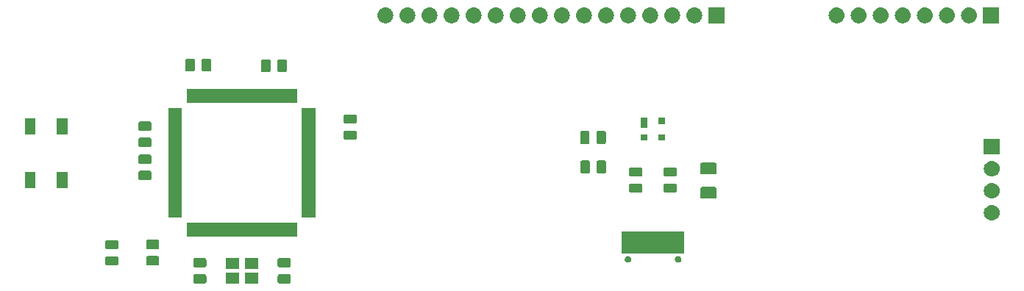
<source format=gbr>
G04 #@! TF.GenerationSoftware,KiCad,Pcbnew,(5.1.4)-1*
G04 #@! TF.CreationDate,2019-11-16T14:40:23-08:00*
G04 #@! TF.ProjectId,controller,636f6e74-726f-46c6-9c65-722e6b696361,rev?*
G04 #@! TF.SameCoordinates,Original*
G04 #@! TF.FileFunction,Soldermask,Top*
G04 #@! TF.FilePolarity,Negative*
%FSLAX46Y46*%
G04 Gerber Fmt 4.6, Leading zero omitted, Abs format (unit mm)*
G04 Created by KiCad (PCBNEW (5.1.4)-1) date 2019-11-16 14:40:23*
%MOMM*%
%LPD*%
G04 APERTURE LIST*
%ADD10C,0.100000*%
G04 APERTURE END LIST*
D10*
G36*
X70444470Y-107899201D02*
G01*
X68942470Y-107899201D01*
X68942470Y-106597201D01*
X70444470Y-106597201D01*
X70444470Y-107899201D01*
X70444470Y-107899201D01*
G37*
G36*
X68244470Y-107899201D02*
G01*
X66742470Y-107899201D01*
X66742470Y-106597201D01*
X68244470Y-106597201D01*
X68244470Y-107899201D01*
X68244470Y-107899201D01*
G37*
G36*
X64313581Y-106819213D02*
G01*
X64352251Y-106830944D01*
X64387890Y-106849994D01*
X64419130Y-106875631D01*
X64444767Y-106906871D01*
X64463817Y-106942510D01*
X64475548Y-106981180D01*
X64480113Y-107027536D01*
X64480113Y-107678760D01*
X64475548Y-107725116D01*
X64463817Y-107763786D01*
X64444767Y-107799425D01*
X64419130Y-107830665D01*
X64387890Y-107856302D01*
X64352251Y-107875352D01*
X64313581Y-107887083D01*
X64267225Y-107891648D01*
X63191001Y-107891648D01*
X63144645Y-107887083D01*
X63105975Y-107875352D01*
X63070336Y-107856302D01*
X63039096Y-107830665D01*
X63013459Y-107799425D01*
X62994409Y-107763786D01*
X62982678Y-107725116D01*
X62978113Y-107678760D01*
X62978113Y-107027536D01*
X62982678Y-106981180D01*
X62994409Y-106942510D01*
X63013459Y-106906871D01*
X63039096Y-106875631D01*
X63070336Y-106849994D01*
X63105975Y-106830944D01*
X63144645Y-106819213D01*
X63191001Y-106814648D01*
X64267225Y-106814648D01*
X64313581Y-106819213D01*
X64313581Y-106819213D01*
G37*
G36*
X74021789Y-106811405D02*
G01*
X74060459Y-106823136D01*
X74096097Y-106842185D01*
X74127338Y-106867823D01*
X74152975Y-106899063D01*
X74172025Y-106934702D01*
X74183756Y-106973372D01*
X74188321Y-107019728D01*
X74188321Y-107670952D01*
X74183756Y-107717308D01*
X74172025Y-107755978D01*
X74152975Y-107791617D01*
X74127338Y-107822857D01*
X74096098Y-107848494D01*
X74060459Y-107867544D01*
X74021789Y-107879275D01*
X73975433Y-107883840D01*
X72899209Y-107883840D01*
X72852853Y-107879275D01*
X72814183Y-107867544D01*
X72778544Y-107848494D01*
X72747304Y-107822857D01*
X72721667Y-107791617D01*
X72702617Y-107755978D01*
X72690886Y-107717308D01*
X72686321Y-107670952D01*
X72686321Y-107019728D01*
X72690886Y-106973372D01*
X72702617Y-106934702D01*
X72721667Y-106899063D01*
X72747304Y-106867823D01*
X72778545Y-106842185D01*
X72814183Y-106823136D01*
X72852853Y-106811405D01*
X72899209Y-106806840D01*
X73975433Y-106806840D01*
X74021789Y-106811405D01*
X74021789Y-106811405D01*
G37*
G36*
X70444470Y-106199201D02*
G01*
X68942470Y-106199201D01*
X68942470Y-104897201D01*
X70444470Y-104897201D01*
X70444470Y-106199201D01*
X70444470Y-106199201D01*
G37*
G36*
X68244470Y-106199201D02*
G01*
X66742470Y-106199201D01*
X66742470Y-104897201D01*
X68244470Y-104897201D01*
X68244470Y-106199201D01*
X68244470Y-106199201D01*
G37*
G36*
X64313581Y-104944213D02*
G01*
X64352251Y-104955944D01*
X64387890Y-104974994D01*
X64419130Y-105000631D01*
X64444767Y-105031871D01*
X64463817Y-105067510D01*
X64475548Y-105106180D01*
X64480113Y-105152536D01*
X64480113Y-105803760D01*
X64475548Y-105850116D01*
X64463817Y-105888786D01*
X64444767Y-105924425D01*
X64419130Y-105955665D01*
X64387890Y-105981302D01*
X64352251Y-106000352D01*
X64313581Y-106012083D01*
X64267225Y-106016648D01*
X63191001Y-106016648D01*
X63144645Y-106012083D01*
X63105975Y-106000352D01*
X63070336Y-105981302D01*
X63039096Y-105955665D01*
X63013459Y-105924425D01*
X62994409Y-105888786D01*
X62982678Y-105850116D01*
X62978113Y-105803760D01*
X62978113Y-105152536D01*
X62982678Y-105106180D01*
X62994409Y-105067510D01*
X63013459Y-105031871D01*
X63039096Y-105000631D01*
X63070336Y-104974994D01*
X63105975Y-104955944D01*
X63144645Y-104944213D01*
X63191001Y-104939648D01*
X64267225Y-104939648D01*
X64313581Y-104944213D01*
X64313581Y-104944213D01*
G37*
G36*
X74021789Y-104936405D02*
G01*
X74060459Y-104948136D01*
X74096097Y-104967185D01*
X74127338Y-104992823D01*
X74152975Y-105024063D01*
X74172025Y-105059702D01*
X74183756Y-105098372D01*
X74188321Y-105144728D01*
X74188321Y-105795952D01*
X74183756Y-105842308D01*
X74172025Y-105880978D01*
X74152975Y-105916617D01*
X74127338Y-105947857D01*
X74096098Y-105973494D01*
X74060459Y-105992544D01*
X74021789Y-106004275D01*
X73975433Y-106008840D01*
X72899209Y-106008840D01*
X72852853Y-106004275D01*
X72814183Y-105992544D01*
X72778544Y-105973494D01*
X72747304Y-105947857D01*
X72721667Y-105916617D01*
X72702617Y-105880978D01*
X72690886Y-105842308D01*
X72686321Y-105795952D01*
X72686321Y-105144728D01*
X72690886Y-105098372D01*
X72702617Y-105059702D01*
X72721667Y-105024063D01*
X72747304Y-104992823D01*
X72778545Y-104967185D01*
X72814183Y-104948136D01*
X72852853Y-104936405D01*
X72899209Y-104931840D01*
X73975433Y-104931840D01*
X74021789Y-104936405D01*
X74021789Y-104936405D01*
G37*
G36*
X54178468Y-104749065D02*
G01*
X54217138Y-104760796D01*
X54252777Y-104779846D01*
X54284017Y-104805483D01*
X54309654Y-104836723D01*
X54328704Y-104872362D01*
X54340435Y-104911032D01*
X54345000Y-104957388D01*
X54345000Y-105608612D01*
X54340435Y-105654968D01*
X54328704Y-105693638D01*
X54309654Y-105729277D01*
X54284017Y-105760517D01*
X54252777Y-105786154D01*
X54217138Y-105805204D01*
X54178468Y-105816935D01*
X54132112Y-105821500D01*
X53055888Y-105821500D01*
X53009532Y-105816935D01*
X52970862Y-105805204D01*
X52935223Y-105786154D01*
X52903983Y-105760517D01*
X52878346Y-105729277D01*
X52859296Y-105693638D01*
X52847565Y-105654968D01*
X52843000Y-105608612D01*
X52843000Y-104957388D01*
X52847565Y-104911032D01*
X52859296Y-104872362D01*
X52878346Y-104836723D01*
X52903983Y-104805483D01*
X52935223Y-104779846D01*
X52970862Y-104760796D01*
X53009532Y-104749065D01*
X53055888Y-104744500D01*
X54132112Y-104744500D01*
X54178468Y-104749065D01*
X54178468Y-104749065D01*
G37*
G36*
X58875942Y-104719065D02*
G01*
X58914612Y-104730796D01*
X58950251Y-104749846D01*
X58981491Y-104775483D01*
X59007128Y-104806723D01*
X59026178Y-104842362D01*
X59037909Y-104881032D01*
X59042474Y-104927388D01*
X59042474Y-105578612D01*
X59037909Y-105624968D01*
X59026178Y-105663638D01*
X59007128Y-105699277D01*
X58981491Y-105730517D01*
X58950251Y-105756154D01*
X58914612Y-105775204D01*
X58875942Y-105786935D01*
X58829586Y-105791500D01*
X57753362Y-105791500D01*
X57707006Y-105786935D01*
X57668336Y-105775204D01*
X57632697Y-105756154D01*
X57601457Y-105730517D01*
X57575820Y-105699277D01*
X57556770Y-105663638D01*
X57545039Y-105624968D01*
X57540474Y-105578612D01*
X57540474Y-104927388D01*
X57545039Y-104881032D01*
X57556770Y-104842362D01*
X57575820Y-104806723D01*
X57601457Y-104775483D01*
X57632697Y-104749846D01*
X57668336Y-104730796D01*
X57707006Y-104719065D01*
X57753362Y-104714500D01*
X58829586Y-104714500D01*
X58875942Y-104719065D01*
X58875942Y-104719065D01*
G37*
G36*
X113107172Y-104735699D02*
G01*
X113107174Y-104735700D01*
X113107175Y-104735700D01*
X113175603Y-104764043D01*
X113237186Y-104805192D01*
X113289558Y-104857564D01*
X113330707Y-104919147D01*
X113357994Y-104985025D01*
X113359051Y-104987578D01*
X113373500Y-105060216D01*
X113373500Y-105134284D01*
X113369107Y-105156370D01*
X113359050Y-105206925D01*
X113330707Y-105275353D01*
X113289558Y-105336936D01*
X113237186Y-105389308D01*
X113175603Y-105430457D01*
X113107175Y-105458800D01*
X113107174Y-105458800D01*
X113107172Y-105458801D01*
X113034534Y-105473250D01*
X112960466Y-105473250D01*
X112887828Y-105458801D01*
X112887826Y-105458800D01*
X112887825Y-105458800D01*
X112819397Y-105430457D01*
X112757814Y-105389308D01*
X112705442Y-105336936D01*
X112664293Y-105275353D01*
X112635950Y-105206925D01*
X112625894Y-105156370D01*
X112621500Y-105134284D01*
X112621500Y-105060216D01*
X112635949Y-104987578D01*
X112637006Y-104985025D01*
X112664293Y-104919147D01*
X112705442Y-104857564D01*
X112757814Y-104805192D01*
X112819397Y-104764043D01*
X112887825Y-104735700D01*
X112887826Y-104735700D01*
X112887828Y-104735699D01*
X112960466Y-104721250D01*
X113034534Y-104721250D01*
X113107172Y-104735699D01*
X113107172Y-104735699D01*
G37*
G36*
X118887172Y-104735699D02*
G01*
X118887174Y-104735700D01*
X118887175Y-104735700D01*
X118955603Y-104764043D01*
X119017186Y-104805192D01*
X119069558Y-104857564D01*
X119110707Y-104919147D01*
X119137994Y-104985025D01*
X119139051Y-104987578D01*
X119153500Y-105060216D01*
X119153500Y-105134284D01*
X119149107Y-105156370D01*
X119139050Y-105206925D01*
X119110707Y-105275353D01*
X119069558Y-105336936D01*
X119017186Y-105389308D01*
X118955603Y-105430457D01*
X118887175Y-105458800D01*
X118887174Y-105458800D01*
X118887172Y-105458801D01*
X118814534Y-105473250D01*
X118740466Y-105473250D01*
X118667828Y-105458801D01*
X118667826Y-105458800D01*
X118667825Y-105458800D01*
X118599397Y-105430457D01*
X118537814Y-105389308D01*
X118485442Y-105336936D01*
X118444293Y-105275353D01*
X118415950Y-105206925D01*
X118405894Y-105156370D01*
X118401500Y-105134284D01*
X118401500Y-105060216D01*
X118415949Y-104987578D01*
X118417006Y-104985025D01*
X118444293Y-104919147D01*
X118485442Y-104857564D01*
X118537814Y-104805192D01*
X118599397Y-104764043D01*
X118667825Y-104735700D01*
X118667826Y-104735700D01*
X118667828Y-104735699D01*
X118740466Y-104721250D01*
X118814534Y-104721250D01*
X118887172Y-104735699D01*
X118887172Y-104735699D01*
G37*
G36*
X119463500Y-104428250D02*
G01*
X112311500Y-104428250D01*
X112311500Y-101876250D01*
X119463500Y-101876250D01*
X119463500Y-104428250D01*
X119463500Y-104428250D01*
G37*
G36*
X54178468Y-102874065D02*
G01*
X54217138Y-102885796D01*
X54252777Y-102904846D01*
X54284017Y-102930483D01*
X54309654Y-102961723D01*
X54328704Y-102997362D01*
X54340435Y-103036032D01*
X54345000Y-103082388D01*
X54345000Y-103733612D01*
X54340435Y-103779968D01*
X54328704Y-103818638D01*
X54309654Y-103854277D01*
X54284017Y-103885517D01*
X54252777Y-103911154D01*
X54217138Y-103930204D01*
X54178468Y-103941935D01*
X54132112Y-103946500D01*
X53055888Y-103946500D01*
X53009532Y-103941935D01*
X52970862Y-103930204D01*
X52935223Y-103911154D01*
X52903983Y-103885517D01*
X52878346Y-103854277D01*
X52859296Y-103818638D01*
X52847565Y-103779968D01*
X52843000Y-103733612D01*
X52843000Y-103082388D01*
X52847565Y-103036032D01*
X52859296Y-102997362D01*
X52878346Y-102961723D01*
X52903983Y-102930483D01*
X52935223Y-102904846D01*
X52970862Y-102885796D01*
X53009532Y-102874065D01*
X53055888Y-102869500D01*
X54132112Y-102869500D01*
X54178468Y-102874065D01*
X54178468Y-102874065D01*
G37*
G36*
X58875942Y-102844065D02*
G01*
X58914612Y-102855796D01*
X58950251Y-102874846D01*
X58981491Y-102900483D01*
X59007128Y-102931723D01*
X59026178Y-102967362D01*
X59037909Y-103006032D01*
X59042474Y-103052388D01*
X59042474Y-103703612D01*
X59037909Y-103749968D01*
X59026178Y-103788638D01*
X59007128Y-103824277D01*
X58981491Y-103855517D01*
X58950251Y-103881154D01*
X58914612Y-103900204D01*
X58875942Y-103911935D01*
X58829586Y-103916500D01*
X57753362Y-103916500D01*
X57707006Y-103911935D01*
X57668336Y-103900204D01*
X57632697Y-103881154D01*
X57601457Y-103855517D01*
X57575820Y-103824277D01*
X57556770Y-103788638D01*
X57545039Y-103749968D01*
X57540474Y-103703612D01*
X57540474Y-103052388D01*
X57545039Y-103006032D01*
X57556770Y-102967362D01*
X57575820Y-102931723D01*
X57601457Y-102900483D01*
X57632697Y-102874846D01*
X57668336Y-102855796D01*
X57707006Y-102844065D01*
X57753362Y-102839500D01*
X58829586Y-102839500D01*
X58875942Y-102844065D01*
X58875942Y-102844065D01*
G37*
G36*
X74904474Y-102475481D02*
G01*
X62252474Y-102475481D01*
X62252474Y-100873481D01*
X74904474Y-100873481D01*
X74904474Y-102475481D01*
X74904474Y-102475481D01*
G37*
G36*
X154980853Y-98829489D02*
G01*
X155047038Y-98836008D01*
X155216877Y-98887528D01*
X155373402Y-98971193D01*
X155409140Y-99000523D01*
X155510597Y-99083785D01*
X155593859Y-99185242D01*
X155623189Y-99220980D01*
X155706854Y-99377505D01*
X155758374Y-99547344D01*
X155775770Y-99723971D01*
X155758374Y-99900598D01*
X155706854Y-100070437D01*
X155623189Y-100226962D01*
X155593859Y-100262700D01*
X155510597Y-100364157D01*
X155409140Y-100447419D01*
X155373402Y-100476749D01*
X155216877Y-100560414D01*
X155047038Y-100611934D01*
X154980854Y-100618452D01*
X154914671Y-100624971D01*
X154826151Y-100624971D01*
X154759968Y-100618452D01*
X154693784Y-100611934D01*
X154523945Y-100560414D01*
X154367420Y-100476749D01*
X154331682Y-100447419D01*
X154230225Y-100364157D01*
X154146963Y-100262700D01*
X154117633Y-100226962D01*
X154033968Y-100070437D01*
X153982448Y-99900598D01*
X153965052Y-99723971D01*
X153982448Y-99547344D01*
X154033968Y-99377505D01*
X154117633Y-99220980D01*
X154146963Y-99185242D01*
X154230225Y-99083785D01*
X154331682Y-99000523D01*
X154367420Y-98971193D01*
X154523945Y-98887528D01*
X154693784Y-98836008D01*
X154759969Y-98829489D01*
X154826151Y-98822971D01*
X154914671Y-98822971D01*
X154980853Y-98829489D01*
X154980853Y-98829489D01*
G37*
G36*
X77079474Y-100300481D02*
G01*
X75477474Y-100300481D01*
X75477474Y-87648481D01*
X77079474Y-87648481D01*
X77079474Y-100300481D01*
X77079474Y-100300481D01*
G37*
G36*
X61679474Y-100300481D02*
G01*
X60077474Y-100300481D01*
X60077474Y-87648481D01*
X61679474Y-87648481D01*
X61679474Y-100300481D01*
X61679474Y-100300481D01*
G37*
G36*
X123030156Y-96771126D02*
G01*
X123066696Y-96782211D01*
X123100373Y-96800212D01*
X123129893Y-96824438D01*
X123154119Y-96853958D01*
X123172120Y-96887635D01*
X123183205Y-96924175D01*
X123187552Y-96968317D01*
X123187552Y-97917241D01*
X123183205Y-97961383D01*
X123172120Y-97997923D01*
X123154119Y-98031600D01*
X123129893Y-98061120D01*
X123100373Y-98085346D01*
X123066696Y-98103347D01*
X123030156Y-98114432D01*
X122986014Y-98118779D01*
X121537090Y-98118779D01*
X121492948Y-98114432D01*
X121456408Y-98103347D01*
X121422731Y-98085346D01*
X121393211Y-98061120D01*
X121368985Y-98031600D01*
X121350984Y-97997923D01*
X121339899Y-97961383D01*
X121335552Y-97917241D01*
X121335552Y-96968317D01*
X121339899Y-96924175D01*
X121350984Y-96887635D01*
X121368985Y-96853958D01*
X121393211Y-96824438D01*
X121422731Y-96800212D01*
X121456408Y-96782211D01*
X121492948Y-96771126D01*
X121537090Y-96766779D01*
X122986014Y-96766779D01*
X123030156Y-96771126D01*
X123030156Y-96771126D01*
G37*
G36*
X154980854Y-96289490D02*
G01*
X155047038Y-96296008D01*
X155216877Y-96347528D01*
X155216879Y-96347529D01*
X155259179Y-96370139D01*
X155373402Y-96431193D01*
X155389537Y-96444435D01*
X155510597Y-96543785D01*
X155593859Y-96645242D01*
X155623189Y-96680980D01*
X155623190Y-96680982D01*
X155699870Y-96824438D01*
X155706854Y-96837505D01*
X155758374Y-97007344D01*
X155775770Y-97183971D01*
X155758374Y-97360598D01*
X155706854Y-97530437D01*
X155623189Y-97686962D01*
X155593859Y-97722700D01*
X155510597Y-97824157D01*
X155409140Y-97907419D01*
X155373402Y-97936749D01*
X155373400Y-97936750D01*
X155257679Y-97998605D01*
X155216877Y-98020414D01*
X155047038Y-98071934D01*
X154980853Y-98078453D01*
X154914671Y-98084971D01*
X154826151Y-98084971D01*
X154759969Y-98078453D01*
X154693784Y-98071934D01*
X154523945Y-98020414D01*
X154483144Y-97998605D01*
X154367422Y-97936750D01*
X154367420Y-97936749D01*
X154331682Y-97907419D01*
X154230225Y-97824157D01*
X154146963Y-97722700D01*
X154117633Y-97686962D01*
X154033968Y-97530437D01*
X153982448Y-97360598D01*
X153965052Y-97183971D01*
X153982448Y-97007344D01*
X154033968Y-96837505D01*
X154040953Y-96824438D01*
X154117632Y-96680982D01*
X154117633Y-96680980D01*
X154146963Y-96645242D01*
X154230225Y-96543785D01*
X154351285Y-96444435D01*
X154367420Y-96431193D01*
X154481643Y-96370139D01*
X154523943Y-96347529D01*
X154523945Y-96347528D01*
X154693784Y-96296008D01*
X154759968Y-96289490D01*
X154826151Y-96282971D01*
X154914671Y-96282971D01*
X154980854Y-96289490D01*
X154980854Y-96289490D01*
G37*
G36*
X118447326Y-96370139D02*
G01*
X118485996Y-96381870D01*
X118521635Y-96400920D01*
X118552875Y-96426557D01*
X118578512Y-96457797D01*
X118597562Y-96493436D01*
X118609293Y-96532106D01*
X118613858Y-96578462D01*
X118613858Y-97229686D01*
X118609293Y-97276042D01*
X118597562Y-97314712D01*
X118578512Y-97350351D01*
X118552875Y-97381591D01*
X118521635Y-97407228D01*
X118485996Y-97426278D01*
X118447326Y-97438009D01*
X118400970Y-97442574D01*
X117324746Y-97442574D01*
X117278390Y-97438009D01*
X117239720Y-97426278D01*
X117204081Y-97407228D01*
X117172841Y-97381591D01*
X117147204Y-97350351D01*
X117128154Y-97314712D01*
X117116423Y-97276042D01*
X117111858Y-97229686D01*
X117111858Y-96578462D01*
X117116423Y-96532106D01*
X117128154Y-96493436D01*
X117147204Y-96457797D01*
X117172841Y-96426557D01*
X117204081Y-96400920D01*
X117239720Y-96381870D01*
X117278390Y-96370139D01*
X117324746Y-96365574D01*
X118400970Y-96365574D01*
X118447326Y-96370139D01*
X118447326Y-96370139D01*
G37*
G36*
X114478576Y-96370139D02*
G01*
X114517246Y-96381870D01*
X114552885Y-96400920D01*
X114584125Y-96426557D01*
X114609762Y-96457797D01*
X114628812Y-96493436D01*
X114640543Y-96532106D01*
X114645108Y-96578462D01*
X114645108Y-97229686D01*
X114640543Y-97276042D01*
X114628812Y-97314712D01*
X114609762Y-97350351D01*
X114584125Y-97381591D01*
X114552885Y-97407228D01*
X114517246Y-97426278D01*
X114478576Y-97438009D01*
X114432220Y-97442574D01*
X113355996Y-97442574D01*
X113309640Y-97438009D01*
X113270970Y-97426278D01*
X113235331Y-97407228D01*
X113204091Y-97381591D01*
X113178454Y-97350351D01*
X113159404Y-97314712D01*
X113147673Y-97276042D01*
X113143108Y-97229686D01*
X113143108Y-96578462D01*
X113147673Y-96532106D01*
X113159404Y-96493436D01*
X113178454Y-96457797D01*
X113204091Y-96426557D01*
X113235331Y-96400920D01*
X113270970Y-96381870D01*
X113309640Y-96370139D01*
X113355996Y-96365574D01*
X114432220Y-96365574D01*
X114478576Y-96370139D01*
X114478576Y-96370139D01*
G37*
G36*
X48488500Y-96919750D02*
G01*
X47286500Y-96919750D01*
X47286500Y-95017750D01*
X48488500Y-95017750D01*
X48488500Y-96919750D01*
X48488500Y-96919750D01*
G37*
G36*
X44788500Y-96919750D02*
G01*
X43586500Y-96919750D01*
X43586500Y-95017750D01*
X44788500Y-95017750D01*
X44788500Y-96919750D01*
X44788500Y-96919750D01*
G37*
G36*
X57988468Y-94891565D02*
G01*
X58027138Y-94903296D01*
X58062777Y-94922346D01*
X58094017Y-94947983D01*
X58119654Y-94979223D01*
X58138704Y-95014862D01*
X58150435Y-95053532D01*
X58155000Y-95099888D01*
X58155000Y-95751112D01*
X58150435Y-95797468D01*
X58138704Y-95836138D01*
X58119654Y-95871777D01*
X58094017Y-95903017D01*
X58062777Y-95928654D01*
X58027138Y-95947704D01*
X57988468Y-95959435D01*
X57942112Y-95964000D01*
X56865888Y-95964000D01*
X56819532Y-95959435D01*
X56780862Y-95947704D01*
X56745223Y-95928654D01*
X56713983Y-95903017D01*
X56688346Y-95871777D01*
X56669296Y-95836138D01*
X56657565Y-95797468D01*
X56653000Y-95751112D01*
X56653000Y-95099888D01*
X56657565Y-95053532D01*
X56669296Y-95014862D01*
X56688346Y-94979223D01*
X56713983Y-94947983D01*
X56745223Y-94922346D01*
X56780862Y-94903296D01*
X56819532Y-94891565D01*
X56865888Y-94887000D01*
X57942112Y-94887000D01*
X57988468Y-94891565D01*
X57988468Y-94891565D01*
G37*
G36*
X118447326Y-94495139D02*
G01*
X118485996Y-94506870D01*
X118521635Y-94525920D01*
X118552875Y-94551557D01*
X118578512Y-94582797D01*
X118597562Y-94618436D01*
X118609293Y-94657106D01*
X118613858Y-94703462D01*
X118613858Y-95354686D01*
X118609293Y-95401042D01*
X118597562Y-95439712D01*
X118578512Y-95475351D01*
X118552875Y-95506591D01*
X118521635Y-95532228D01*
X118485996Y-95551278D01*
X118447326Y-95563009D01*
X118400970Y-95567574D01*
X117324746Y-95567574D01*
X117278390Y-95563009D01*
X117239720Y-95551278D01*
X117204081Y-95532228D01*
X117172841Y-95506591D01*
X117147204Y-95475351D01*
X117128154Y-95439712D01*
X117116423Y-95401042D01*
X117111858Y-95354686D01*
X117111858Y-94703462D01*
X117116423Y-94657106D01*
X117128154Y-94618436D01*
X117147204Y-94582797D01*
X117172841Y-94551557D01*
X117204081Y-94525920D01*
X117239720Y-94506870D01*
X117278390Y-94495139D01*
X117324746Y-94490574D01*
X118400970Y-94490574D01*
X118447326Y-94495139D01*
X118447326Y-94495139D01*
G37*
G36*
X114478576Y-94495139D02*
G01*
X114517246Y-94506870D01*
X114552885Y-94525920D01*
X114584125Y-94551557D01*
X114609762Y-94582797D01*
X114628812Y-94618436D01*
X114640543Y-94657106D01*
X114645108Y-94703462D01*
X114645108Y-95354686D01*
X114640543Y-95401042D01*
X114628812Y-95439712D01*
X114609762Y-95475351D01*
X114584125Y-95506591D01*
X114552885Y-95532228D01*
X114517246Y-95551278D01*
X114478576Y-95563009D01*
X114432220Y-95567574D01*
X113355996Y-95567574D01*
X113309640Y-95563009D01*
X113270970Y-95551278D01*
X113235331Y-95532228D01*
X113204091Y-95506591D01*
X113178454Y-95475351D01*
X113159404Y-95439712D01*
X113147673Y-95401042D01*
X113143108Y-95354686D01*
X113143108Y-94703462D01*
X113147673Y-94657106D01*
X113159404Y-94618436D01*
X113178454Y-94582797D01*
X113204091Y-94551557D01*
X113235331Y-94525920D01*
X113270970Y-94506870D01*
X113309640Y-94495139D01*
X113355996Y-94490574D01*
X114432220Y-94490574D01*
X114478576Y-94495139D01*
X114478576Y-94495139D01*
G37*
G36*
X154980854Y-93749490D02*
G01*
X155047038Y-93756008D01*
X155216877Y-93807528D01*
X155373402Y-93891193D01*
X155384719Y-93900481D01*
X155510597Y-94003785D01*
X155578850Y-94086953D01*
X155623189Y-94140980D01*
X155706854Y-94297505D01*
X155758374Y-94467344D01*
X155775770Y-94643971D01*
X155758374Y-94820598D01*
X155706854Y-94990437D01*
X155706853Y-94990439D01*
X155692255Y-95017750D01*
X155623189Y-95146962D01*
X155602719Y-95171904D01*
X155510597Y-95284157D01*
X155424656Y-95354686D01*
X155373402Y-95396749D01*
X155373400Y-95396750D01*
X155293025Y-95439712D01*
X155216877Y-95480414D01*
X155047038Y-95531934D01*
X154980853Y-95538453D01*
X154914671Y-95544971D01*
X154826151Y-95544971D01*
X154759969Y-95538453D01*
X154693784Y-95531934D01*
X154523945Y-95480414D01*
X154447798Y-95439712D01*
X154367422Y-95396750D01*
X154367420Y-95396749D01*
X154316166Y-95354686D01*
X154230225Y-95284157D01*
X154138103Y-95171904D01*
X154117633Y-95146962D01*
X154048567Y-95017750D01*
X154033969Y-94990439D01*
X154033968Y-94990437D01*
X153982448Y-94820598D01*
X153965052Y-94643971D01*
X153982448Y-94467344D01*
X154033968Y-94297505D01*
X154117633Y-94140980D01*
X154161972Y-94086953D01*
X154230225Y-94003785D01*
X154356103Y-93900481D01*
X154367420Y-93891193D01*
X154523945Y-93807528D01*
X154693784Y-93756008D01*
X154759968Y-93749490D01*
X154826151Y-93742971D01*
X154914671Y-93742971D01*
X154980854Y-93749490D01*
X154980854Y-93749490D01*
G37*
G36*
X123030156Y-93971126D02*
G01*
X123066696Y-93982211D01*
X123100373Y-94000212D01*
X123129893Y-94024438D01*
X123154119Y-94053958D01*
X123172120Y-94087635D01*
X123183205Y-94124175D01*
X123187552Y-94168317D01*
X123187552Y-95117241D01*
X123183205Y-95161383D01*
X123172120Y-95197923D01*
X123154119Y-95231600D01*
X123129893Y-95261120D01*
X123100373Y-95285346D01*
X123066696Y-95303347D01*
X123030156Y-95314432D01*
X122986014Y-95318779D01*
X121537090Y-95318779D01*
X121492948Y-95314432D01*
X121456408Y-95303347D01*
X121422731Y-95285346D01*
X121393211Y-95261120D01*
X121368985Y-95231600D01*
X121350984Y-95197923D01*
X121339899Y-95161383D01*
X121335552Y-95117241D01*
X121335552Y-94168317D01*
X121339899Y-94124175D01*
X121350984Y-94087635D01*
X121368985Y-94053958D01*
X121393211Y-94024438D01*
X121422731Y-94000212D01*
X121456408Y-93982211D01*
X121492948Y-93971126D01*
X121537090Y-93966779D01*
X122986014Y-93966779D01*
X123030156Y-93971126D01*
X123030156Y-93971126D01*
G37*
G36*
X110305735Y-93709815D02*
G01*
X110344405Y-93721546D01*
X110380044Y-93740596D01*
X110411284Y-93766233D01*
X110436921Y-93797473D01*
X110455971Y-93833112D01*
X110467702Y-93871782D01*
X110472267Y-93918138D01*
X110472267Y-94994362D01*
X110467702Y-95040718D01*
X110455971Y-95079388D01*
X110436921Y-95115027D01*
X110411284Y-95146267D01*
X110380044Y-95171904D01*
X110344405Y-95190954D01*
X110305735Y-95202685D01*
X110259379Y-95207250D01*
X109608155Y-95207250D01*
X109561799Y-95202685D01*
X109523129Y-95190954D01*
X109487490Y-95171904D01*
X109456250Y-95146267D01*
X109430613Y-95115027D01*
X109411563Y-95079388D01*
X109399832Y-95040718D01*
X109395267Y-94994362D01*
X109395267Y-93918138D01*
X109399832Y-93871782D01*
X109411563Y-93833112D01*
X109430613Y-93797473D01*
X109456250Y-93766233D01*
X109487490Y-93740596D01*
X109523129Y-93721546D01*
X109561799Y-93709815D01*
X109608155Y-93705250D01*
X110259379Y-93705250D01*
X110305735Y-93709815D01*
X110305735Y-93709815D01*
G37*
G36*
X108430735Y-93709815D02*
G01*
X108469405Y-93721546D01*
X108505044Y-93740596D01*
X108536284Y-93766233D01*
X108561921Y-93797473D01*
X108580971Y-93833112D01*
X108592702Y-93871782D01*
X108597267Y-93918138D01*
X108597267Y-94994362D01*
X108592702Y-95040718D01*
X108580971Y-95079388D01*
X108561921Y-95115027D01*
X108536284Y-95146267D01*
X108505044Y-95171904D01*
X108469405Y-95190954D01*
X108430735Y-95202685D01*
X108384379Y-95207250D01*
X107733155Y-95207250D01*
X107686799Y-95202685D01*
X107648129Y-95190954D01*
X107612490Y-95171904D01*
X107581250Y-95146267D01*
X107555613Y-95115027D01*
X107536563Y-95079388D01*
X107524832Y-95040718D01*
X107520267Y-94994362D01*
X107520267Y-93918138D01*
X107524832Y-93871782D01*
X107536563Y-93833112D01*
X107555613Y-93797473D01*
X107581250Y-93766233D01*
X107612490Y-93740596D01*
X107648129Y-93721546D01*
X107686799Y-93709815D01*
X107733155Y-93705250D01*
X108384379Y-93705250D01*
X108430735Y-93709815D01*
X108430735Y-93709815D01*
G37*
G36*
X57988468Y-93016565D02*
G01*
X58027138Y-93028296D01*
X58062777Y-93047346D01*
X58094017Y-93072983D01*
X58119654Y-93104223D01*
X58138704Y-93139862D01*
X58150435Y-93178532D01*
X58155000Y-93224888D01*
X58155000Y-93876112D01*
X58150435Y-93922468D01*
X58138704Y-93961138D01*
X58119654Y-93996777D01*
X58094017Y-94028017D01*
X58062777Y-94053654D01*
X58027138Y-94072704D01*
X57988468Y-94084435D01*
X57942112Y-94089000D01*
X56865888Y-94089000D01*
X56819532Y-94084435D01*
X56780862Y-94072704D01*
X56745223Y-94053654D01*
X56713983Y-94028017D01*
X56688346Y-93996777D01*
X56669296Y-93961138D01*
X56657565Y-93922468D01*
X56653000Y-93876112D01*
X56653000Y-93224888D01*
X56657565Y-93178532D01*
X56669296Y-93139862D01*
X56688346Y-93104223D01*
X56713983Y-93072983D01*
X56745223Y-93047346D01*
X56780862Y-93028296D01*
X56819532Y-93016565D01*
X56865888Y-93012000D01*
X57942112Y-93012000D01*
X57988468Y-93016565D01*
X57988468Y-93016565D01*
G37*
G36*
X155771411Y-93004971D02*
G01*
X153969411Y-93004971D01*
X153969411Y-91202971D01*
X155771411Y-91202971D01*
X155771411Y-93004971D01*
X155771411Y-93004971D01*
G37*
G36*
X57988468Y-91081565D02*
G01*
X58027138Y-91093296D01*
X58062777Y-91112346D01*
X58094017Y-91137983D01*
X58119654Y-91169223D01*
X58138704Y-91204862D01*
X58150435Y-91243532D01*
X58155000Y-91289888D01*
X58155000Y-91941112D01*
X58150435Y-91987468D01*
X58138704Y-92026138D01*
X58119654Y-92061777D01*
X58094017Y-92093017D01*
X58062777Y-92118654D01*
X58027138Y-92137704D01*
X57988468Y-92149435D01*
X57942112Y-92154000D01*
X56865888Y-92154000D01*
X56819532Y-92149435D01*
X56780862Y-92137704D01*
X56745223Y-92118654D01*
X56713983Y-92093017D01*
X56688346Y-92061777D01*
X56669296Y-92026138D01*
X56657565Y-91987468D01*
X56653000Y-91941112D01*
X56653000Y-91289888D01*
X56657565Y-91243532D01*
X56669296Y-91204862D01*
X56688346Y-91169223D01*
X56713983Y-91137983D01*
X56745223Y-91112346D01*
X56780862Y-91093296D01*
X56819532Y-91081565D01*
X56865888Y-91077000D01*
X57942112Y-91077000D01*
X57988468Y-91081565D01*
X57988468Y-91081565D01*
G37*
G36*
X110290735Y-90312565D02*
G01*
X110329405Y-90324296D01*
X110365044Y-90343346D01*
X110396284Y-90368983D01*
X110421921Y-90400223D01*
X110440971Y-90435862D01*
X110452702Y-90474532D01*
X110457267Y-90520888D01*
X110457267Y-91597112D01*
X110452702Y-91643468D01*
X110440971Y-91682138D01*
X110421921Y-91717777D01*
X110396284Y-91749017D01*
X110365044Y-91774654D01*
X110329405Y-91793704D01*
X110290735Y-91805435D01*
X110244379Y-91810000D01*
X109593155Y-91810000D01*
X109546799Y-91805435D01*
X109508129Y-91793704D01*
X109472490Y-91774654D01*
X109441250Y-91749017D01*
X109415613Y-91717777D01*
X109396563Y-91682138D01*
X109384832Y-91643468D01*
X109380267Y-91597112D01*
X109380267Y-90520888D01*
X109384832Y-90474532D01*
X109396563Y-90435862D01*
X109415613Y-90400223D01*
X109441250Y-90368983D01*
X109472490Y-90343346D01*
X109508129Y-90324296D01*
X109546799Y-90312565D01*
X109593155Y-90308000D01*
X110244379Y-90308000D01*
X110290735Y-90312565D01*
X110290735Y-90312565D01*
G37*
G36*
X108415735Y-90312565D02*
G01*
X108454405Y-90324296D01*
X108490044Y-90343346D01*
X108521284Y-90368983D01*
X108546921Y-90400223D01*
X108565971Y-90435862D01*
X108577702Y-90474532D01*
X108582267Y-90520888D01*
X108582267Y-91597112D01*
X108577702Y-91643468D01*
X108565971Y-91682138D01*
X108546921Y-91717777D01*
X108521284Y-91749017D01*
X108490044Y-91774654D01*
X108454405Y-91793704D01*
X108415735Y-91805435D01*
X108369379Y-91810000D01*
X107718155Y-91810000D01*
X107671799Y-91805435D01*
X107633129Y-91793704D01*
X107597490Y-91774654D01*
X107566250Y-91749017D01*
X107540613Y-91717777D01*
X107521563Y-91682138D01*
X107509832Y-91643468D01*
X107505267Y-91597112D01*
X107505267Y-90520888D01*
X107509832Y-90474532D01*
X107521563Y-90435862D01*
X107540613Y-90400223D01*
X107566250Y-90368983D01*
X107597490Y-90343346D01*
X107633129Y-90324296D01*
X107671799Y-90312565D01*
X107718155Y-90308000D01*
X108369379Y-90308000D01*
X108415735Y-90312565D01*
X108415735Y-90312565D01*
G37*
G36*
X117272750Y-91410000D02*
G01*
X116470750Y-91410000D01*
X116470750Y-90708000D01*
X117272750Y-90708000D01*
X117272750Y-91410000D01*
X117272750Y-91410000D01*
G37*
G36*
X115272750Y-91410000D02*
G01*
X114470750Y-91410000D01*
X114470750Y-90708000D01*
X115272750Y-90708000D01*
X115272750Y-91410000D01*
X115272750Y-91410000D01*
G37*
G36*
X81610468Y-90271065D02*
G01*
X81649138Y-90282796D01*
X81684777Y-90301846D01*
X81716017Y-90327483D01*
X81741654Y-90358723D01*
X81760704Y-90394362D01*
X81772435Y-90433032D01*
X81777000Y-90479388D01*
X81777000Y-91130612D01*
X81772435Y-91176968D01*
X81760704Y-91215638D01*
X81741654Y-91251277D01*
X81716017Y-91282517D01*
X81684777Y-91308154D01*
X81649138Y-91327204D01*
X81610468Y-91338935D01*
X81564112Y-91343500D01*
X80487888Y-91343500D01*
X80441532Y-91338935D01*
X80402862Y-91327204D01*
X80367223Y-91308154D01*
X80335983Y-91282517D01*
X80310346Y-91251277D01*
X80291296Y-91215638D01*
X80279565Y-91176968D01*
X80275000Y-91130612D01*
X80275000Y-90479388D01*
X80279565Y-90433032D01*
X80291296Y-90394362D01*
X80310346Y-90358723D01*
X80335983Y-90327483D01*
X80367223Y-90301846D01*
X80402862Y-90282796D01*
X80441532Y-90271065D01*
X80487888Y-90266500D01*
X81564112Y-90266500D01*
X81610468Y-90271065D01*
X81610468Y-90271065D01*
G37*
G36*
X44788500Y-90719750D02*
G01*
X43586500Y-90719750D01*
X43586500Y-88817750D01*
X44788500Y-88817750D01*
X44788500Y-90719750D01*
X44788500Y-90719750D01*
G37*
G36*
X48488500Y-90719750D02*
G01*
X47286500Y-90719750D01*
X47286500Y-88817750D01*
X48488500Y-88817750D01*
X48488500Y-90719750D01*
X48488500Y-90719750D01*
G37*
G36*
X57988468Y-89206565D02*
G01*
X58027138Y-89218296D01*
X58062777Y-89237346D01*
X58094017Y-89262983D01*
X58119654Y-89294223D01*
X58138704Y-89329862D01*
X58150435Y-89368532D01*
X58155000Y-89414888D01*
X58155000Y-90066112D01*
X58150435Y-90112468D01*
X58138704Y-90151138D01*
X58119654Y-90186777D01*
X58094017Y-90218017D01*
X58062777Y-90243654D01*
X58027138Y-90262704D01*
X57988468Y-90274435D01*
X57942112Y-90279000D01*
X56865888Y-90279000D01*
X56819532Y-90274435D01*
X56780862Y-90262704D01*
X56745223Y-90243654D01*
X56713983Y-90218017D01*
X56688346Y-90186777D01*
X56669296Y-90151138D01*
X56657565Y-90112468D01*
X56653000Y-90066112D01*
X56653000Y-89414888D01*
X56657565Y-89368532D01*
X56669296Y-89329862D01*
X56688346Y-89294223D01*
X56713983Y-89262983D01*
X56745223Y-89237346D01*
X56780862Y-89218296D01*
X56819532Y-89206565D01*
X56865888Y-89202000D01*
X57942112Y-89202000D01*
X57988468Y-89206565D01*
X57988468Y-89206565D01*
G37*
G36*
X115272750Y-89910000D02*
G01*
X114470750Y-89910000D01*
X114470750Y-88808000D01*
X115272750Y-88808000D01*
X115272750Y-89910000D01*
X115272750Y-89910000D01*
G37*
G36*
X117272750Y-89510000D02*
G01*
X116470750Y-89510000D01*
X116470750Y-88808000D01*
X117272750Y-88808000D01*
X117272750Y-89510000D01*
X117272750Y-89510000D01*
G37*
G36*
X81610468Y-88396065D02*
G01*
X81649138Y-88407796D01*
X81684777Y-88426846D01*
X81716017Y-88452483D01*
X81741654Y-88483723D01*
X81760704Y-88519362D01*
X81772435Y-88558032D01*
X81777000Y-88604388D01*
X81777000Y-89255612D01*
X81772435Y-89301968D01*
X81760704Y-89340638D01*
X81741654Y-89376277D01*
X81716017Y-89407517D01*
X81684777Y-89433154D01*
X81649138Y-89452204D01*
X81610468Y-89463935D01*
X81564112Y-89468500D01*
X80487888Y-89468500D01*
X80441532Y-89463935D01*
X80402862Y-89452204D01*
X80367223Y-89433154D01*
X80335983Y-89407517D01*
X80310346Y-89376277D01*
X80291296Y-89340638D01*
X80279565Y-89301968D01*
X80275000Y-89255612D01*
X80275000Y-88604388D01*
X80279565Y-88558032D01*
X80291296Y-88519362D01*
X80310346Y-88483723D01*
X80335983Y-88452483D01*
X80367223Y-88426846D01*
X80402862Y-88407796D01*
X80441532Y-88396065D01*
X80487888Y-88391500D01*
X81564112Y-88391500D01*
X81610468Y-88396065D01*
X81610468Y-88396065D01*
G37*
G36*
X74904474Y-87075481D02*
G01*
X62252474Y-87075481D01*
X62252474Y-85473481D01*
X74904474Y-85473481D01*
X74904474Y-87075481D01*
X74904474Y-87075481D01*
G37*
G36*
X73572468Y-82057565D02*
G01*
X73611138Y-82069296D01*
X73646777Y-82088346D01*
X73678017Y-82113983D01*
X73703654Y-82145223D01*
X73722704Y-82180862D01*
X73734435Y-82219532D01*
X73739000Y-82265888D01*
X73739000Y-83342112D01*
X73734435Y-83388468D01*
X73722704Y-83427138D01*
X73703654Y-83462777D01*
X73678017Y-83494017D01*
X73646777Y-83519654D01*
X73611138Y-83538704D01*
X73572468Y-83550435D01*
X73526112Y-83555000D01*
X72874888Y-83555000D01*
X72828532Y-83550435D01*
X72789862Y-83538704D01*
X72754223Y-83519654D01*
X72722983Y-83494017D01*
X72697346Y-83462777D01*
X72678296Y-83427138D01*
X72666565Y-83388468D01*
X72662000Y-83342112D01*
X72662000Y-82265888D01*
X72666565Y-82219532D01*
X72678296Y-82180862D01*
X72697346Y-82145223D01*
X72722983Y-82113983D01*
X72754223Y-82088346D01*
X72789862Y-82069296D01*
X72828532Y-82057565D01*
X72874888Y-82053000D01*
X73526112Y-82053000D01*
X73572468Y-82057565D01*
X73572468Y-82057565D01*
G37*
G36*
X71697468Y-82057565D02*
G01*
X71736138Y-82069296D01*
X71771777Y-82088346D01*
X71803017Y-82113983D01*
X71828654Y-82145223D01*
X71847704Y-82180862D01*
X71859435Y-82219532D01*
X71864000Y-82265888D01*
X71864000Y-83342112D01*
X71859435Y-83388468D01*
X71847704Y-83427138D01*
X71828654Y-83462777D01*
X71803017Y-83494017D01*
X71771777Y-83519654D01*
X71736138Y-83538704D01*
X71697468Y-83550435D01*
X71651112Y-83555000D01*
X70999888Y-83555000D01*
X70953532Y-83550435D01*
X70914862Y-83538704D01*
X70879223Y-83519654D01*
X70847983Y-83494017D01*
X70822346Y-83462777D01*
X70803296Y-83427138D01*
X70791565Y-83388468D01*
X70787000Y-83342112D01*
X70787000Y-82265888D01*
X70791565Y-82219532D01*
X70803296Y-82180862D01*
X70822346Y-82145223D01*
X70847983Y-82113983D01*
X70879223Y-82088346D01*
X70914862Y-82069296D01*
X70953532Y-82057565D01*
X70999888Y-82053000D01*
X71651112Y-82053000D01*
X71697468Y-82057565D01*
X71697468Y-82057565D01*
G37*
G36*
X62979692Y-81956796D02*
G01*
X63018362Y-81968527D01*
X63054001Y-81987577D01*
X63085241Y-82013214D01*
X63110878Y-82044454D01*
X63129928Y-82080093D01*
X63141659Y-82118763D01*
X63146224Y-82165119D01*
X63146224Y-83241343D01*
X63141659Y-83287699D01*
X63129928Y-83326369D01*
X63110878Y-83362008D01*
X63085241Y-83393248D01*
X63054001Y-83418885D01*
X63018362Y-83437935D01*
X62979692Y-83449666D01*
X62933336Y-83454231D01*
X62282112Y-83454231D01*
X62235756Y-83449666D01*
X62197086Y-83437935D01*
X62161447Y-83418885D01*
X62130207Y-83393248D01*
X62104570Y-83362008D01*
X62085520Y-83326369D01*
X62073789Y-83287699D01*
X62069224Y-83241343D01*
X62069224Y-82165119D01*
X62073789Y-82118763D01*
X62085520Y-82080093D01*
X62104570Y-82044454D01*
X62130207Y-82013214D01*
X62161447Y-81987577D01*
X62197086Y-81968527D01*
X62235756Y-81956796D01*
X62282112Y-81952231D01*
X62933336Y-81952231D01*
X62979692Y-81956796D01*
X62979692Y-81956796D01*
G37*
G36*
X64854692Y-81956796D02*
G01*
X64893362Y-81968527D01*
X64929001Y-81987577D01*
X64960241Y-82013214D01*
X64985878Y-82044454D01*
X65004928Y-82080093D01*
X65016659Y-82118763D01*
X65021224Y-82165119D01*
X65021224Y-83241343D01*
X65016659Y-83287699D01*
X65004928Y-83326369D01*
X64985878Y-83362008D01*
X64960241Y-83393248D01*
X64929001Y-83418885D01*
X64893362Y-83437935D01*
X64854692Y-83449666D01*
X64808336Y-83454231D01*
X64157112Y-83454231D01*
X64110756Y-83449666D01*
X64072086Y-83437935D01*
X64036447Y-83418885D01*
X64005207Y-83393248D01*
X63979570Y-83362008D01*
X63960520Y-83326369D01*
X63948789Y-83287699D01*
X63944224Y-83241343D01*
X63944224Y-82165119D01*
X63948789Y-82118763D01*
X63960520Y-82080093D01*
X63979570Y-82044454D01*
X64005207Y-82013214D01*
X64036447Y-81987577D01*
X64072086Y-81968527D01*
X64110756Y-81956796D01*
X64157112Y-81952231D01*
X64808336Y-81952231D01*
X64854692Y-81956796D01*
X64854692Y-81956796D01*
G37*
G36*
X87740442Y-76099268D02*
G01*
X87806627Y-76105787D01*
X87976466Y-76157307D01*
X88132991Y-76240972D01*
X88168729Y-76270302D01*
X88270186Y-76353564D01*
X88353448Y-76455021D01*
X88382778Y-76490759D01*
X88466443Y-76647284D01*
X88517963Y-76817123D01*
X88535359Y-76993750D01*
X88517963Y-77170377D01*
X88466443Y-77340216D01*
X88382778Y-77496741D01*
X88353448Y-77532479D01*
X88270186Y-77633936D01*
X88168729Y-77717198D01*
X88132991Y-77746528D01*
X87976466Y-77830193D01*
X87806627Y-77881713D01*
X87740443Y-77888231D01*
X87674260Y-77894750D01*
X87585740Y-77894750D01*
X87519557Y-77888231D01*
X87453373Y-77881713D01*
X87283534Y-77830193D01*
X87127009Y-77746528D01*
X87091271Y-77717198D01*
X86989814Y-77633936D01*
X86906552Y-77532479D01*
X86877222Y-77496741D01*
X86793557Y-77340216D01*
X86742037Y-77170377D01*
X86724641Y-76993750D01*
X86742037Y-76817123D01*
X86793557Y-76647284D01*
X86877222Y-76490759D01*
X86906552Y-76455021D01*
X86989814Y-76353564D01*
X87091271Y-76270302D01*
X87127009Y-76240972D01*
X87283534Y-76157307D01*
X87453373Y-76105787D01*
X87519558Y-76099268D01*
X87585740Y-76092750D01*
X87674260Y-76092750D01*
X87740442Y-76099268D01*
X87740442Y-76099268D01*
G37*
G36*
X85200442Y-76099268D02*
G01*
X85266627Y-76105787D01*
X85436466Y-76157307D01*
X85592991Y-76240972D01*
X85628729Y-76270302D01*
X85730186Y-76353564D01*
X85813448Y-76455021D01*
X85842778Y-76490759D01*
X85926443Y-76647284D01*
X85977963Y-76817123D01*
X85995359Y-76993750D01*
X85977963Y-77170377D01*
X85926443Y-77340216D01*
X85842778Y-77496741D01*
X85813448Y-77532479D01*
X85730186Y-77633936D01*
X85628729Y-77717198D01*
X85592991Y-77746528D01*
X85436466Y-77830193D01*
X85266627Y-77881713D01*
X85200443Y-77888231D01*
X85134260Y-77894750D01*
X85045740Y-77894750D01*
X84979557Y-77888231D01*
X84913373Y-77881713D01*
X84743534Y-77830193D01*
X84587009Y-77746528D01*
X84551271Y-77717198D01*
X84449814Y-77633936D01*
X84366552Y-77532479D01*
X84337222Y-77496741D01*
X84253557Y-77340216D01*
X84202037Y-77170377D01*
X84184641Y-76993750D01*
X84202037Y-76817123D01*
X84253557Y-76647284D01*
X84337222Y-76490759D01*
X84366552Y-76455021D01*
X84449814Y-76353564D01*
X84551271Y-76270302D01*
X84587009Y-76240972D01*
X84743534Y-76157307D01*
X84913373Y-76105787D01*
X84979558Y-76099268D01*
X85045740Y-76092750D01*
X85134260Y-76092750D01*
X85200442Y-76099268D01*
X85200442Y-76099268D01*
G37*
G36*
X90280442Y-76099268D02*
G01*
X90346627Y-76105787D01*
X90516466Y-76157307D01*
X90672991Y-76240972D01*
X90708729Y-76270302D01*
X90810186Y-76353564D01*
X90893448Y-76455021D01*
X90922778Y-76490759D01*
X91006443Y-76647284D01*
X91057963Y-76817123D01*
X91075359Y-76993750D01*
X91057963Y-77170377D01*
X91006443Y-77340216D01*
X90922778Y-77496741D01*
X90893448Y-77532479D01*
X90810186Y-77633936D01*
X90708729Y-77717198D01*
X90672991Y-77746528D01*
X90516466Y-77830193D01*
X90346627Y-77881713D01*
X90280443Y-77888231D01*
X90214260Y-77894750D01*
X90125740Y-77894750D01*
X90059557Y-77888231D01*
X89993373Y-77881713D01*
X89823534Y-77830193D01*
X89667009Y-77746528D01*
X89631271Y-77717198D01*
X89529814Y-77633936D01*
X89446552Y-77532479D01*
X89417222Y-77496741D01*
X89333557Y-77340216D01*
X89282037Y-77170377D01*
X89264641Y-76993750D01*
X89282037Y-76817123D01*
X89333557Y-76647284D01*
X89417222Y-76490759D01*
X89446552Y-76455021D01*
X89529814Y-76353564D01*
X89631271Y-76270302D01*
X89667009Y-76240972D01*
X89823534Y-76157307D01*
X89993373Y-76105787D01*
X90059558Y-76099268D01*
X90125740Y-76092750D01*
X90214260Y-76092750D01*
X90280442Y-76099268D01*
X90280442Y-76099268D01*
G37*
G36*
X92820442Y-76099268D02*
G01*
X92886627Y-76105787D01*
X93056466Y-76157307D01*
X93212991Y-76240972D01*
X93248729Y-76270302D01*
X93350186Y-76353564D01*
X93433448Y-76455021D01*
X93462778Y-76490759D01*
X93546443Y-76647284D01*
X93597963Y-76817123D01*
X93615359Y-76993750D01*
X93597963Y-77170377D01*
X93546443Y-77340216D01*
X93462778Y-77496741D01*
X93433448Y-77532479D01*
X93350186Y-77633936D01*
X93248729Y-77717198D01*
X93212991Y-77746528D01*
X93056466Y-77830193D01*
X92886627Y-77881713D01*
X92820443Y-77888231D01*
X92754260Y-77894750D01*
X92665740Y-77894750D01*
X92599557Y-77888231D01*
X92533373Y-77881713D01*
X92363534Y-77830193D01*
X92207009Y-77746528D01*
X92171271Y-77717198D01*
X92069814Y-77633936D01*
X91986552Y-77532479D01*
X91957222Y-77496741D01*
X91873557Y-77340216D01*
X91822037Y-77170377D01*
X91804641Y-76993750D01*
X91822037Y-76817123D01*
X91873557Y-76647284D01*
X91957222Y-76490759D01*
X91986552Y-76455021D01*
X92069814Y-76353564D01*
X92171271Y-76270302D01*
X92207009Y-76240972D01*
X92363534Y-76157307D01*
X92533373Y-76105787D01*
X92599558Y-76099268D01*
X92665740Y-76092750D01*
X92754260Y-76092750D01*
X92820442Y-76099268D01*
X92820442Y-76099268D01*
G37*
G36*
X95360442Y-76099268D02*
G01*
X95426627Y-76105787D01*
X95596466Y-76157307D01*
X95752991Y-76240972D01*
X95788729Y-76270302D01*
X95890186Y-76353564D01*
X95973448Y-76455021D01*
X96002778Y-76490759D01*
X96086443Y-76647284D01*
X96137963Y-76817123D01*
X96155359Y-76993750D01*
X96137963Y-77170377D01*
X96086443Y-77340216D01*
X96002778Y-77496741D01*
X95973448Y-77532479D01*
X95890186Y-77633936D01*
X95788729Y-77717198D01*
X95752991Y-77746528D01*
X95596466Y-77830193D01*
X95426627Y-77881713D01*
X95360443Y-77888231D01*
X95294260Y-77894750D01*
X95205740Y-77894750D01*
X95139557Y-77888231D01*
X95073373Y-77881713D01*
X94903534Y-77830193D01*
X94747009Y-77746528D01*
X94711271Y-77717198D01*
X94609814Y-77633936D01*
X94526552Y-77532479D01*
X94497222Y-77496741D01*
X94413557Y-77340216D01*
X94362037Y-77170377D01*
X94344641Y-76993750D01*
X94362037Y-76817123D01*
X94413557Y-76647284D01*
X94497222Y-76490759D01*
X94526552Y-76455021D01*
X94609814Y-76353564D01*
X94711271Y-76270302D01*
X94747009Y-76240972D01*
X94903534Y-76157307D01*
X95073373Y-76105787D01*
X95139558Y-76099268D01*
X95205740Y-76092750D01*
X95294260Y-76092750D01*
X95360442Y-76099268D01*
X95360442Y-76099268D01*
G37*
G36*
X97900442Y-76099268D02*
G01*
X97966627Y-76105787D01*
X98136466Y-76157307D01*
X98292991Y-76240972D01*
X98328729Y-76270302D01*
X98430186Y-76353564D01*
X98513448Y-76455021D01*
X98542778Y-76490759D01*
X98626443Y-76647284D01*
X98677963Y-76817123D01*
X98695359Y-76993750D01*
X98677963Y-77170377D01*
X98626443Y-77340216D01*
X98542778Y-77496741D01*
X98513448Y-77532479D01*
X98430186Y-77633936D01*
X98328729Y-77717198D01*
X98292991Y-77746528D01*
X98136466Y-77830193D01*
X97966627Y-77881713D01*
X97900443Y-77888231D01*
X97834260Y-77894750D01*
X97745740Y-77894750D01*
X97679557Y-77888231D01*
X97613373Y-77881713D01*
X97443534Y-77830193D01*
X97287009Y-77746528D01*
X97251271Y-77717198D01*
X97149814Y-77633936D01*
X97066552Y-77532479D01*
X97037222Y-77496741D01*
X96953557Y-77340216D01*
X96902037Y-77170377D01*
X96884641Y-76993750D01*
X96902037Y-76817123D01*
X96953557Y-76647284D01*
X97037222Y-76490759D01*
X97066552Y-76455021D01*
X97149814Y-76353564D01*
X97251271Y-76270302D01*
X97287009Y-76240972D01*
X97443534Y-76157307D01*
X97613373Y-76105787D01*
X97679558Y-76099268D01*
X97745740Y-76092750D01*
X97834260Y-76092750D01*
X97900442Y-76099268D01*
X97900442Y-76099268D01*
G37*
G36*
X100440442Y-76099268D02*
G01*
X100506627Y-76105787D01*
X100676466Y-76157307D01*
X100832991Y-76240972D01*
X100868729Y-76270302D01*
X100970186Y-76353564D01*
X101053448Y-76455021D01*
X101082778Y-76490759D01*
X101166443Y-76647284D01*
X101217963Y-76817123D01*
X101235359Y-76993750D01*
X101217963Y-77170377D01*
X101166443Y-77340216D01*
X101082778Y-77496741D01*
X101053448Y-77532479D01*
X100970186Y-77633936D01*
X100868729Y-77717198D01*
X100832991Y-77746528D01*
X100676466Y-77830193D01*
X100506627Y-77881713D01*
X100440443Y-77888231D01*
X100374260Y-77894750D01*
X100285740Y-77894750D01*
X100219557Y-77888231D01*
X100153373Y-77881713D01*
X99983534Y-77830193D01*
X99827009Y-77746528D01*
X99791271Y-77717198D01*
X99689814Y-77633936D01*
X99606552Y-77532479D01*
X99577222Y-77496741D01*
X99493557Y-77340216D01*
X99442037Y-77170377D01*
X99424641Y-76993750D01*
X99442037Y-76817123D01*
X99493557Y-76647284D01*
X99577222Y-76490759D01*
X99606552Y-76455021D01*
X99689814Y-76353564D01*
X99791271Y-76270302D01*
X99827009Y-76240972D01*
X99983534Y-76157307D01*
X100153373Y-76105787D01*
X100219558Y-76099268D01*
X100285740Y-76092750D01*
X100374260Y-76092750D01*
X100440442Y-76099268D01*
X100440442Y-76099268D01*
G37*
G36*
X105520442Y-76099268D02*
G01*
X105586627Y-76105787D01*
X105756466Y-76157307D01*
X105912991Y-76240972D01*
X105948729Y-76270302D01*
X106050186Y-76353564D01*
X106133448Y-76455021D01*
X106162778Y-76490759D01*
X106246443Y-76647284D01*
X106297963Y-76817123D01*
X106315359Y-76993750D01*
X106297963Y-77170377D01*
X106246443Y-77340216D01*
X106162778Y-77496741D01*
X106133448Y-77532479D01*
X106050186Y-77633936D01*
X105948729Y-77717198D01*
X105912991Y-77746528D01*
X105756466Y-77830193D01*
X105586627Y-77881713D01*
X105520443Y-77888231D01*
X105454260Y-77894750D01*
X105365740Y-77894750D01*
X105299557Y-77888231D01*
X105233373Y-77881713D01*
X105063534Y-77830193D01*
X104907009Y-77746528D01*
X104871271Y-77717198D01*
X104769814Y-77633936D01*
X104686552Y-77532479D01*
X104657222Y-77496741D01*
X104573557Y-77340216D01*
X104522037Y-77170377D01*
X104504641Y-76993750D01*
X104522037Y-76817123D01*
X104573557Y-76647284D01*
X104657222Y-76490759D01*
X104686552Y-76455021D01*
X104769814Y-76353564D01*
X104871271Y-76270302D01*
X104907009Y-76240972D01*
X105063534Y-76157307D01*
X105233373Y-76105787D01*
X105299558Y-76099268D01*
X105365740Y-76092750D01*
X105454260Y-76092750D01*
X105520442Y-76099268D01*
X105520442Y-76099268D01*
G37*
G36*
X108060442Y-76099268D02*
G01*
X108126627Y-76105787D01*
X108296466Y-76157307D01*
X108452991Y-76240972D01*
X108488729Y-76270302D01*
X108590186Y-76353564D01*
X108673448Y-76455021D01*
X108702778Y-76490759D01*
X108786443Y-76647284D01*
X108837963Y-76817123D01*
X108855359Y-76993750D01*
X108837963Y-77170377D01*
X108786443Y-77340216D01*
X108702778Y-77496741D01*
X108673448Y-77532479D01*
X108590186Y-77633936D01*
X108488729Y-77717198D01*
X108452991Y-77746528D01*
X108296466Y-77830193D01*
X108126627Y-77881713D01*
X108060443Y-77888231D01*
X107994260Y-77894750D01*
X107905740Y-77894750D01*
X107839557Y-77888231D01*
X107773373Y-77881713D01*
X107603534Y-77830193D01*
X107447009Y-77746528D01*
X107411271Y-77717198D01*
X107309814Y-77633936D01*
X107226552Y-77532479D01*
X107197222Y-77496741D01*
X107113557Y-77340216D01*
X107062037Y-77170377D01*
X107044641Y-76993750D01*
X107062037Y-76817123D01*
X107113557Y-76647284D01*
X107197222Y-76490759D01*
X107226552Y-76455021D01*
X107309814Y-76353564D01*
X107411271Y-76270302D01*
X107447009Y-76240972D01*
X107603534Y-76157307D01*
X107773373Y-76105787D01*
X107839558Y-76099268D01*
X107905740Y-76092750D01*
X107994260Y-76092750D01*
X108060442Y-76099268D01*
X108060442Y-76099268D01*
G37*
G36*
X110600442Y-76099268D02*
G01*
X110666627Y-76105787D01*
X110836466Y-76157307D01*
X110992991Y-76240972D01*
X111028729Y-76270302D01*
X111130186Y-76353564D01*
X111213448Y-76455021D01*
X111242778Y-76490759D01*
X111326443Y-76647284D01*
X111377963Y-76817123D01*
X111395359Y-76993750D01*
X111377963Y-77170377D01*
X111326443Y-77340216D01*
X111242778Y-77496741D01*
X111213448Y-77532479D01*
X111130186Y-77633936D01*
X111028729Y-77717198D01*
X110992991Y-77746528D01*
X110836466Y-77830193D01*
X110666627Y-77881713D01*
X110600443Y-77888231D01*
X110534260Y-77894750D01*
X110445740Y-77894750D01*
X110379557Y-77888231D01*
X110313373Y-77881713D01*
X110143534Y-77830193D01*
X109987009Y-77746528D01*
X109951271Y-77717198D01*
X109849814Y-77633936D01*
X109766552Y-77532479D01*
X109737222Y-77496741D01*
X109653557Y-77340216D01*
X109602037Y-77170377D01*
X109584641Y-76993750D01*
X109602037Y-76817123D01*
X109653557Y-76647284D01*
X109737222Y-76490759D01*
X109766552Y-76455021D01*
X109849814Y-76353564D01*
X109951271Y-76270302D01*
X109987009Y-76240972D01*
X110143534Y-76157307D01*
X110313373Y-76105787D01*
X110379558Y-76099268D01*
X110445740Y-76092750D01*
X110534260Y-76092750D01*
X110600442Y-76099268D01*
X110600442Y-76099268D01*
G37*
G36*
X113140442Y-76099268D02*
G01*
X113206627Y-76105787D01*
X113376466Y-76157307D01*
X113532991Y-76240972D01*
X113568729Y-76270302D01*
X113670186Y-76353564D01*
X113753448Y-76455021D01*
X113782778Y-76490759D01*
X113866443Y-76647284D01*
X113917963Y-76817123D01*
X113935359Y-76993750D01*
X113917963Y-77170377D01*
X113866443Y-77340216D01*
X113782778Y-77496741D01*
X113753448Y-77532479D01*
X113670186Y-77633936D01*
X113568729Y-77717198D01*
X113532991Y-77746528D01*
X113376466Y-77830193D01*
X113206627Y-77881713D01*
X113140443Y-77888231D01*
X113074260Y-77894750D01*
X112985740Y-77894750D01*
X112919557Y-77888231D01*
X112853373Y-77881713D01*
X112683534Y-77830193D01*
X112527009Y-77746528D01*
X112491271Y-77717198D01*
X112389814Y-77633936D01*
X112306552Y-77532479D01*
X112277222Y-77496741D01*
X112193557Y-77340216D01*
X112142037Y-77170377D01*
X112124641Y-76993750D01*
X112142037Y-76817123D01*
X112193557Y-76647284D01*
X112277222Y-76490759D01*
X112306552Y-76455021D01*
X112389814Y-76353564D01*
X112491271Y-76270302D01*
X112527009Y-76240972D01*
X112683534Y-76157307D01*
X112853373Y-76105787D01*
X112919558Y-76099268D01*
X112985740Y-76092750D01*
X113074260Y-76092750D01*
X113140442Y-76099268D01*
X113140442Y-76099268D01*
G37*
G36*
X102980442Y-76099268D02*
G01*
X103046627Y-76105787D01*
X103216466Y-76157307D01*
X103372991Y-76240972D01*
X103408729Y-76270302D01*
X103510186Y-76353564D01*
X103593448Y-76455021D01*
X103622778Y-76490759D01*
X103706443Y-76647284D01*
X103757963Y-76817123D01*
X103775359Y-76993750D01*
X103757963Y-77170377D01*
X103706443Y-77340216D01*
X103622778Y-77496741D01*
X103593448Y-77532479D01*
X103510186Y-77633936D01*
X103408729Y-77717198D01*
X103372991Y-77746528D01*
X103216466Y-77830193D01*
X103046627Y-77881713D01*
X102980443Y-77888231D01*
X102914260Y-77894750D01*
X102825740Y-77894750D01*
X102759557Y-77888231D01*
X102693373Y-77881713D01*
X102523534Y-77830193D01*
X102367009Y-77746528D01*
X102331271Y-77717198D01*
X102229814Y-77633936D01*
X102146552Y-77532479D01*
X102117222Y-77496741D01*
X102033557Y-77340216D01*
X101982037Y-77170377D01*
X101964641Y-76993750D01*
X101982037Y-76817123D01*
X102033557Y-76647284D01*
X102117222Y-76490759D01*
X102146552Y-76455021D01*
X102229814Y-76353564D01*
X102331271Y-76270302D01*
X102367009Y-76240972D01*
X102523534Y-76157307D01*
X102693373Y-76105787D01*
X102759558Y-76099268D01*
X102825740Y-76092750D01*
X102914260Y-76092750D01*
X102980442Y-76099268D01*
X102980442Y-76099268D01*
G37*
G36*
X155682250Y-77894750D02*
G01*
X153880250Y-77894750D01*
X153880250Y-76092750D01*
X155682250Y-76092750D01*
X155682250Y-77894750D01*
X155682250Y-77894750D01*
G37*
G36*
X152351692Y-76099268D02*
G01*
X152417877Y-76105787D01*
X152587716Y-76157307D01*
X152744241Y-76240972D01*
X152779979Y-76270302D01*
X152881436Y-76353564D01*
X152964698Y-76455021D01*
X152994028Y-76490759D01*
X153077693Y-76647284D01*
X153129213Y-76817123D01*
X153146609Y-76993750D01*
X153129213Y-77170377D01*
X153077693Y-77340216D01*
X152994028Y-77496741D01*
X152964698Y-77532479D01*
X152881436Y-77633936D01*
X152779979Y-77717198D01*
X152744241Y-77746528D01*
X152587716Y-77830193D01*
X152417877Y-77881713D01*
X152351693Y-77888231D01*
X152285510Y-77894750D01*
X152196990Y-77894750D01*
X152130807Y-77888231D01*
X152064623Y-77881713D01*
X151894784Y-77830193D01*
X151738259Y-77746528D01*
X151702521Y-77717198D01*
X151601064Y-77633936D01*
X151517802Y-77532479D01*
X151488472Y-77496741D01*
X151404807Y-77340216D01*
X151353287Y-77170377D01*
X151335891Y-76993750D01*
X151353287Y-76817123D01*
X151404807Y-76647284D01*
X151488472Y-76490759D01*
X151517802Y-76455021D01*
X151601064Y-76353564D01*
X151702521Y-76270302D01*
X151738259Y-76240972D01*
X151894784Y-76157307D01*
X152064623Y-76105787D01*
X152130808Y-76099268D01*
X152196990Y-76092750D01*
X152285510Y-76092750D01*
X152351692Y-76099268D01*
X152351692Y-76099268D01*
G37*
G36*
X149811692Y-76099268D02*
G01*
X149877877Y-76105787D01*
X150047716Y-76157307D01*
X150204241Y-76240972D01*
X150239979Y-76270302D01*
X150341436Y-76353564D01*
X150424698Y-76455021D01*
X150454028Y-76490759D01*
X150537693Y-76647284D01*
X150589213Y-76817123D01*
X150606609Y-76993750D01*
X150589213Y-77170377D01*
X150537693Y-77340216D01*
X150454028Y-77496741D01*
X150424698Y-77532479D01*
X150341436Y-77633936D01*
X150239979Y-77717198D01*
X150204241Y-77746528D01*
X150047716Y-77830193D01*
X149877877Y-77881713D01*
X149811693Y-77888231D01*
X149745510Y-77894750D01*
X149656990Y-77894750D01*
X149590807Y-77888231D01*
X149524623Y-77881713D01*
X149354784Y-77830193D01*
X149198259Y-77746528D01*
X149162521Y-77717198D01*
X149061064Y-77633936D01*
X148977802Y-77532479D01*
X148948472Y-77496741D01*
X148864807Y-77340216D01*
X148813287Y-77170377D01*
X148795891Y-76993750D01*
X148813287Y-76817123D01*
X148864807Y-76647284D01*
X148948472Y-76490759D01*
X148977802Y-76455021D01*
X149061064Y-76353564D01*
X149162521Y-76270302D01*
X149198259Y-76240972D01*
X149354784Y-76157307D01*
X149524623Y-76105787D01*
X149590808Y-76099268D01*
X149656990Y-76092750D01*
X149745510Y-76092750D01*
X149811692Y-76099268D01*
X149811692Y-76099268D01*
G37*
G36*
X147271692Y-76099268D02*
G01*
X147337877Y-76105787D01*
X147507716Y-76157307D01*
X147664241Y-76240972D01*
X147699979Y-76270302D01*
X147801436Y-76353564D01*
X147884698Y-76455021D01*
X147914028Y-76490759D01*
X147997693Y-76647284D01*
X148049213Y-76817123D01*
X148066609Y-76993750D01*
X148049213Y-77170377D01*
X147997693Y-77340216D01*
X147914028Y-77496741D01*
X147884698Y-77532479D01*
X147801436Y-77633936D01*
X147699979Y-77717198D01*
X147664241Y-77746528D01*
X147507716Y-77830193D01*
X147337877Y-77881713D01*
X147271693Y-77888231D01*
X147205510Y-77894750D01*
X147116990Y-77894750D01*
X147050807Y-77888231D01*
X146984623Y-77881713D01*
X146814784Y-77830193D01*
X146658259Y-77746528D01*
X146622521Y-77717198D01*
X146521064Y-77633936D01*
X146437802Y-77532479D01*
X146408472Y-77496741D01*
X146324807Y-77340216D01*
X146273287Y-77170377D01*
X146255891Y-76993750D01*
X146273287Y-76817123D01*
X146324807Y-76647284D01*
X146408472Y-76490759D01*
X146437802Y-76455021D01*
X146521064Y-76353564D01*
X146622521Y-76270302D01*
X146658259Y-76240972D01*
X146814784Y-76157307D01*
X146984623Y-76105787D01*
X147050808Y-76099268D01*
X147116990Y-76092750D01*
X147205510Y-76092750D01*
X147271692Y-76099268D01*
X147271692Y-76099268D01*
G37*
G36*
X144731692Y-76099268D02*
G01*
X144797877Y-76105787D01*
X144967716Y-76157307D01*
X145124241Y-76240972D01*
X145159979Y-76270302D01*
X145261436Y-76353564D01*
X145344698Y-76455021D01*
X145374028Y-76490759D01*
X145457693Y-76647284D01*
X145509213Y-76817123D01*
X145526609Y-76993750D01*
X145509213Y-77170377D01*
X145457693Y-77340216D01*
X145374028Y-77496741D01*
X145344698Y-77532479D01*
X145261436Y-77633936D01*
X145159979Y-77717198D01*
X145124241Y-77746528D01*
X144967716Y-77830193D01*
X144797877Y-77881713D01*
X144731693Y-77888231D01*
X144665510Y-77894750D01*
X144576990Y-77894750D01*
X144510807Y-77888231D01*
X144444623Y-77881713D01*
X144274784Y-77830193D01*
X144118259Y-77746528D01*
X144082521Y-77717198D01*
X143981064Y-77633936D01*
X143897802Y-77532479D01*
X143868472Y-77496741D01*
X143784807Y-77340216D01*
X143733287Y-77170377D01*
X143715891Y-76993750D01*
X143733287Y-76817123D01*
X143784807Y-76647284D01*
X143868472Y-76490759D01*
X143897802Y-76455021D01*
X143981064Y-76353564D01*
X144082521Y-76270302D01*
X144118259Y-76240972D01*
X144274784Y-76157307D01*
X144444623Y-76105787D01*
X144510808Y-76099268D01*
X144576990Y-76092750D01*
X144665510Y-76092750D01*
X144731692Y-76099268D01*
X144731692Y-76099268D01*
G37*
G36*
X142191692Y-76099268D02*
G01*
X142257877Y-76105787D01*
X142427716Y-76157307D01*
X142584241Y-76240972D01*
X142619979Y-76270302D01*
X142721436Y-76353564D01*
X142804698Y-76455021D01*
X142834028Y-76490759D01*
X142917693Y-76647284D01*
X142969213Y-76817123D01*
X142986609Y-76993750D01*
X142969213Y-77170377D01*
X142917693Y-77340216D01*
X142834028Y-77496741D01*
X142804698Y-77532479D01*
X142721436Y-77633936D01*
X142619979Y-77717198D01*
X142584241Y-77746528D01*
X142427716Y-77830193D01*
X142257877Y-77881713D01*
X142191693Y-77888231D01*
X142125510Y-77894750D01*
X142036990Y-77894750D01*
X141970807Y-77888231D01*
X141904623Y-77881713D01*
X141734784Y-77830193D01*
X141578259Y-77746528D01*
X141542521Y-77717198D01*
X141441064Y-77633936D01*
X141357802Y-77532479D01*
X141328472Y-77496741D01*
X141244807Y-77340216D01*
X141193287Y-77170377D01*
X141175891Y-76993750D01*
X141193287Y-76817123D01*
X141244807Y-76647284D01*
X141328472Y-76490759D01*
X141357802Y-76455021D01*
X141441064Y-76353564D01*
X141542521Y-76270302D01*
X141578259Y-76240972D01*
X141734784Y-76157307D01*
X141904623Y-76105787D01*
X141970808Y-76099268D01*
X142036990Y-76092750D01*
X142125510Y-76092750D01*
X142191692Y-76099268D01*
X142191692Y-76099268D01*
G37*
G36*
X139651692Y-76099268D02*
G01*
X139717877Y-76105787D01*
X139887716Y-76157307D01*
X140044241Y-76240972D01*
X140079979Y-76270302D01*
X140181436Y-76353564D01*
X140264698Y-76455021D01*
X140294028Y-76490759D01*
X140377693Y-76647284D01*
X140429213Y-76817123D01*
X140446609Y-76993750D01*
X140429213Y-77170377D01*
X140377693Y-77340216D01*
X140294028Y-77496741D01*
X140264698Y-77532479D01*
X140181436Y-77633936D01*
X140079979Y-77717198D01*
X140044241Y-77746528D01*
X139887716Y-77830193D01*
X139717877Y-77881713D01*
X139651693Y-77888231D01*
X139585510Y-77894750D01*
X139496990Y-77894750D01*
X139430807Y-77888231D01*
X139364623Y-77881713D01*
X139194784Y-77830193D01*
X139038259Y-77746528D01*
X139002521Y-77717198D01*
X138901064Y-77633936D01*
X138817802Y-77532479D01*
X138788472Y-77496741D01*
X138704807Y-77340216D01*
X138653287Y-77170377D01*
X138635891Y-76993750D01*
X138653287Y-76817123D01*
X138704807Y-76647284D01*
X138788472Y-76490759D01*
X138817802Y-76455021D01*
X138901064Y-76353564D01*
X139002521Y-76270302D01*
X139038259Y-76240972D01*
X139194784Y-76157307D01*
X139364623Y-76105787D01*
X139430808Y-76099268D01*
X139496990Y-76092750D01*
X139585510Y-76092750D01*
X139651692Y-76099268D01*
X139651692Y-76099268D01*
G37*
G36*
X137111692Y-76099268D02*
G01*
X137177877Y-76105787D01*
X137347716Y-76157307D01*
X137504241Y-76240972D01*
X137539979Y-76270302D01*
X137641436Y-76353564D01*
X137724698Y-76455021D01*
X137754028Y-76490759D01*
X137837693Y-76647284D01*
X137889213Y-76817123D01*
X137906609Y-76993750D01*
X137889213Y-77170377D01*
X137837693Y-77340216D01*
X137754028Y-77496741D01*
X137724698Y-77532479D01*
X137641436Y-77633936D01*
X137539979Y-77717198D01*
X137504241Y-77746528D01*
X137347716Y-77830193D01*
X137177877Y-77881713D01*
X137111693Y-77888231D01*
X137045510Y-77894750D01*
X136956990Y-77894750D01*
X136890807Y-77888231D01*
X136824623Y-77881713D01*
X136654784Y-77830193D01*
X136498259Y-77746528D01*
X136462521Y-77717198D01*
X136361064Y-77633936D01*
X136277802Y-77532479D01*
X136248472Y-77496741D01*
X136164807Y-77340216D01*
X136113287Y-77170377D01*
X136095891Y-76993750D01*
X136113287Y-76817123D01*
X136164807Y-76647284D01*
X136248472Y-76490759D01*
X136277802Y-76455021D01*
X136361064Y-76353564D01*
X136462521Y-76270302D01*
X136498259Y-76240972D01*
X136654784Y-76157307D01*
X136824623Y-76105787D01*
X136890808Y-76099268D01*
X136956990Y-76092750D01*
X137045510Y-76092750D01*
X137111692Y-76099268D01*
X137111692Y-76099268D01*
G37*
G36*
X124091000Y-77894750D02*
G01*
X122289000Y-77894750D01*
X122289000Y-76092750D01*
X124091000Y-76092750D01*
X124091000Y-77894750D01*
X124091000Y-77894750D01*
G37*
G36*
X120760442Y-76099268D02*
G01*
X120826627Y-76105787D01*
X120996466Y-76157307D01*
X121152991Y-76240972D01*
X121188729Y-76270302D01*
X121290186Y-76353564D01*
X121373448Y-76455021D01*
X121402778Y-76490759D01*
X121486443Y-76647284D01*
X121537963Y-76817123D01*
X121555359Y-76993750D01*
X121537963Y-77170377D01*
X121486443Y-77340216D01*
X121402778Y-77496741D01*
X121373448Y-77532479D01*
X121290186Y-77633936D01*
X121188729Y-77717198D01*
X121152991Y-77746528D01*
X120996466Y-77830193D01*
X120826627Y-77881713D01*
X120760443Y-77888231D01*
X120694260Y-77894750D01*
X120605740Y-77894750D01*
X120539557Y-77888231D01*
X120473373Y-77881713D01*
X120303534Y-77830193D01*
X120147009Y-77746528D01*
X120111271Y-77717198D01*
X120009814Y-77633936D01*
X119926552Y-77532479D01*
X119897222Y-77496741D01*
X119813557Y-77340216D01*
X119762037Y-77170377D01*
X119744641Y-76993750D01*
X119762037Y-76817123D01*
X119813557Y-76647284D01*
X119897222Y-76490759D01*
X119926552Y-76455021D01*
X120009814Y-76353564D01*
X120111271Y-76270302D01*
X120147009Y-76240972D01*
X120303534Y-76157307D01*
X120473373Y-76105787D01*
X120539558Y-76099268D01*
X120605740Y-76092750D01*
X120694260Y-76092750D01*
X120760442Y-76099268D01*
X120760442Y-76099268D01*
G37*
G36*
X118220442Y-76099268D02*
G01*
X118286627Y-76105787D01*
X118456466Y-76157307D01*
X118612991Y-76240972D01*
X118648729Y-76270302D01*
X118750186Y-76353564D01*
X118833448Y-76455021D01*
X118862778Y-76490759D01*
X118946443Y-76647284D01*
X118997963Y-76817123D01*
X119015359Y-76993750D01*
X118997963Y-77170377D01*
X118946443Y-77340216D01*
X118862778Y-77496741D01*
X118833448Y-77532479D01*
X118750186Y-77633936D01*
X118648729Y-77717198D01*
X118612991Y-77746528D01*
X118456466Y-77830193D01*
X118286627Y-77881713D01*
X118220443Y-77888231D01*
X118154260Y-77894750D01*
X118065740Y-77894750D01*
X117999557Y-77888231D01*
X117933373Y-77881713D01*
X117763534Y-77830193D01*
X117607009Y-77746528D01*
X117571271Y-77717198D01*
X117469814Y-77633936D01*
X117386552Y-77532479D01*
X117357222Y-77496741D01*
X117273557Y-77340216D01*
X117222037Y-77170377D01*
X117204641Y-76993750D01*
X117222037Y-76817123D01*
X117273557Y-76647284D01*
X117357222Y-76490759D01*
X117386552Y-76455021D01*
X117469814Y-76353564D01*
X117571271Y-76270302D01*
X117607009Y-76240972D01*
X117763534Y-76157307D01*
X117933373Y-76105787D01*
X117999558Y-76099268D01*
X118065740Y-76092750D01*
X118154260Y-76092750D01*
X118220442Y-76099268D01*
X118220442Y-76099268D01*
G37*
G36*
X115680442Y-76099268D02*
G01*
X115746627Y-76105787D01*
X115916466Y-76157307D01*
X116072991Y-76240972D01*
X116108729Y-76270302D01*
X116210186Y-76353564D01*
X116293448Y-76455021D01*
X116322778Y-76490759D01*
X116406443Y-76647284D01*
X116457963Y-76817123D01*
X116475359Y-76993750D01*
X116457963Y-77170377D01*
X116406443Y-77340216D01*
X116322778Y-77496741D01*
X116293448Y-77532479D01*
X116210186Y-77633936D01*
X116108729Y-77717198D01*
X116072991Y-77746528D01*
X115916466Y-77830193D01*
X115746627Y-77881713D01*
X115680443Y-77888231D01*
X115614260Y-77894750D01*
X115525740Y-77894750D01*
X115459557Y-77888231D01*
X115393373Y-77881713D01*
X115223534Y-77830193D01*
X115067009Y-77746528D01*
X115031271Y-77717198D01*
X114929814Y-77633936D01*
X114846552Y-77532479D01*
X114817222Y-77496741D01*
X114733557Y-77340216D01*
X114682037Y-77170377D01*
X114664641Y-76993750D01*
X114682037Y-76817123D01*
X114733557Y-76647284D01*
X114817222Y-76490759D01*
X114846552Y-76455021D01*
X114929814Y-76353564D01*
X115031271Y-76270302D01*
X115067009Y-76240972D01*
X115223534Y-76157307D01*
X115393373Y-76105787D01*
X115459558Y-76099268D01*
X115525740Y-76092750D01*
X115614260Y-76092750D01*
X115680442Y-76099268D01*
X115680442Y-76099268D01*
G37*
M02*

</source>
